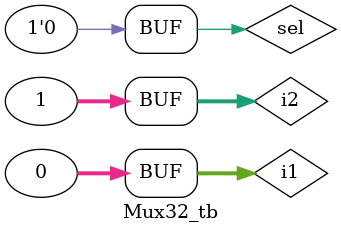
<source format=v>

module Mux5 (
	input [4:0] in1,
	input [4:0] in2, 
	input sel,
	output reg [4:0] out);
	
	always @(in1 or in2 or sel) begin
		if(sel == 0) begin out = in1; end
		else begin out = in2; end
	end
endmodule 

module Mux32 (
	input [31:0] in1,
	input [31:0] in2, 
	input sel,
	output reg [31:0] out);
	
	always @(in1 or in2 or sel) begin
		if(sel == 0) begin out = in1; end
		else begin out = in2; end
	end
endmodule 

module Mux32_tb;
	reg [31:0] i1;
	reg [31:0] i2;
	wire [31:0] o;
	reg sel;

	Mux32 test(i1, i2, sel, o);
		
	initial begin
		i1 = 32'd0;
		i2 = 32'd1;
		sel = 0;
		#100
		sel = 1;
		#100
		sel = 0;
	end
endmodule 
</source>
